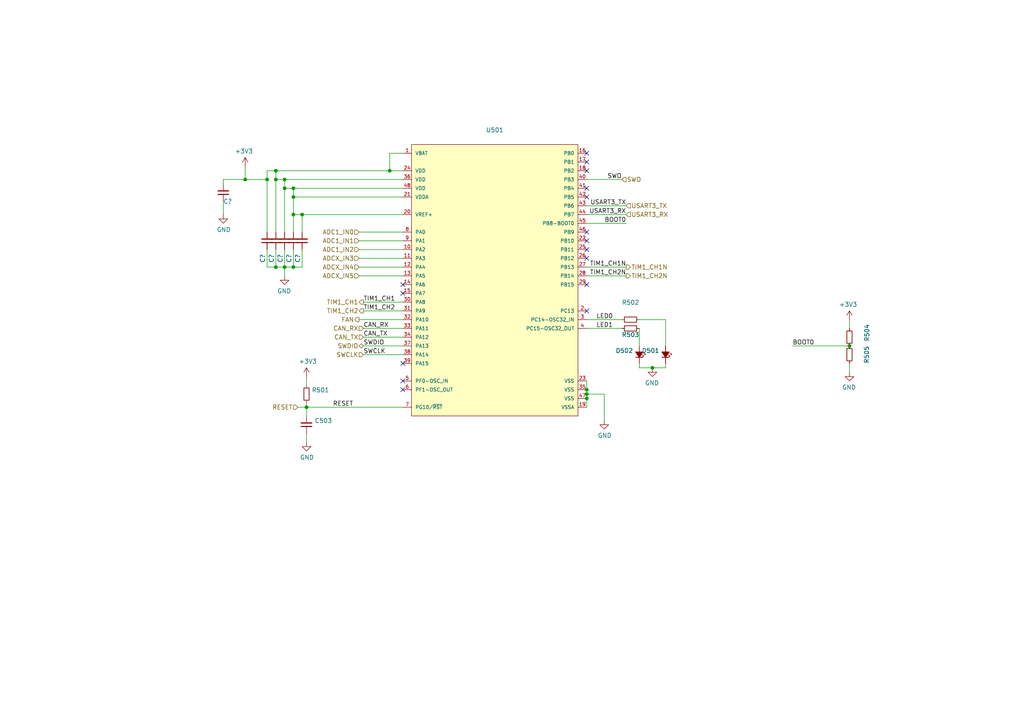
<source format=kicad_sch>
(kicad_sch (version 20211123) (generator eeschema)
  (paper "A4")
  (lib_symbols
    (symbol "Controle-rescue:LED_Small_ALT-Device" (pin_numbers hide) (pin_names (offset 0.254) hide)
      (property "Reference" "D" (at -1.27 3.175 0))
      (property "Value" "LED_Small_ALT-Device" (at -4.445 -2.54 0))
      (symbol "LED_Small_ALT-Device_0_1"
        (polyline (pts (xy -0.762 -1.016) (xy -0.762 1.016)) (stroke (width 0.254)))
        (polyline (pts (xy 1.016 0) (xy -0.762 0)))
        (polyline (pts (xy 0.762 -1.016) (xy -0.762 0) (xy 0.762 1.016) (xy 0.762 -1.016)) (stroke (width 0.254)) (fill (type outline)))
        (polyline (pts (xy 0 0.762) (xy -0.508 1.27) (xy -0.254 1.27) (xy -0.508 1.27) (xy -0.508 1.016)))
        (polyline (pts (xy 0.508 1.27) (xy 0 1.778) (xy 0.254 1.778) (xy 0 1.778) (xy 0 1.524)))
      )
      (symbol "LED_Small_ALT-Device_1_1"
        (pin passive line (at -2.54 0 0) (length 1.778) (name "K") (number "1"))
        (pin passive line (at 2.54 0 180) (length 1.778) (name "A") (number "2"))
      )
    )
    (symbol "Device:C_Small" (pin_numbers hide) (pin_names (offset 0.254) hide)
      (property "Reference" "C" (at 0.254 1.778 0))
      (property "Value" "C_Small" (at 0.254 -2.032 0))
      (symbol "C_Small_0_1"
        (polyline (pts (xy -1.524 -0.508) (xy 1.524 -0.508)) (stroke (width 0.3302)))
        (polyline (pts (xy -1.524 0.508) (xy 1.524 0.508)) (stroke (width 0.3048)))
      )
      (symbol "C_Small_1_1"
        (pin passive line (at 0 2.54 270) (length 2.032) (name "~") (number "1"))
        (pin passive line (at 0 -2.54 90) (length 2.032) (name "~") (number "2"))
      )
    )
    (symbol "Device:R_Small" (pin_numbers hide) (pin_names (offset 0.254) hide)
      (property "Reference" "R" (at 0.762 0.508 0))
      (property "Value" "R_Small" (at 0.762 -1.016 0))
      (symbol "R_Small_0_1"
        (rectangle (start -0.762 1.778) (end 0.762 -1.778) (stroke (width 0.2032)))
      )
      (symbol "R_Small_1_1"
        (pin passive line (at 0 2.54 270) (length 0.762) (name "~") (number "1"))
        (pin passive line (at 0 -2.54 90) (length 0.762) (name "~") (number "2"))
      )
    )
    (symbol "STM32G431C8T6:STM32G431CBT6" (pin_names (offset 1.016))
      (property "Reference" "U" (at 0 5.08 0))
      (property "Value" "STM32G431CBT6" (at 0 7.62 0))
      (symbol "STM32G431CBT6_1_1"
        (rectangle (start 5.08 2.54) (end 53.34 -76.2) (fill (type background)))
        (pin power_in line (at 2.54 0 0) (length 2.54) (name "VBAT") (number "1"))
        (pin bidirectional line (at 2.54 -27.94 0) (length 2.54) (name "PA2") (number "10"))
        (pin bidirectional line (at 2.54 -30.48 0) (length 2.54) (name "PA3") (number "11"))
        (pin bidirectional line (at 2.54 -33.02 0) (length 2.54) (name "PA4") (number "12"))
        (pin bidirectional line (at 2.54 -35.56 0) (length 2.54) (name "PA5") (number "13"))
        (pin bidirectional line (at 2.54 -38.1 0) (length 2.54) (name "PA6") (number "14"))
        (pin bidirectional line (at 2.54 -40.64 0) (length 2.54) (name "PA7") (number "15"))
        (pin bidirectional line (at 55.88 0 180) (length 2.54) (name "PB0") (number "16"))
        (pin bidirectional line (at 55.88 -2.54 180) (length 2.54) (name "PB1") (number "17"))
        (pin bidirectional line (at 55.88 -5.08 180) (length 2.54) (name "PB2") (number "18"))
        (pin power_in line (at 55.88 -73.66 180) (length 2.54) (name "VSSA") (number "19"))
        (pin bidirectional line (at 55.88 -45.72 180) (length 2.54) (name "PC13") (number "2"))
        (pin power_in line (at 2.54 -17.78 0) (length 2.54) (name "VREF+") (number "20"))
        (pin power_in line (at 2.54 -12.7 0) (length 2.54) (name "VDDA") (number "21"))
        (pin bidirectional line (at 55.88 -25.4 180) (length 2.54) (name "PB10") (number "22"))
        (pin power_in line (at 55.88 -66.04 180) (length 2.54) (name "VSS") (number "23"))
        (pin power_in line (at 2.54 -5.08 0) (length 2.54) (name "VDD") (number "24"))
        (pin bidirectional line (at 55.88 -27.94 180) (length 2.54) (name "PB11") (number "25"))
        (pin bidirectional line (at 55.88 -30.48 180) (length 2.54) (name "PB12") (number "26"))
        (pin bidirectional line (at 55.88 -33.02 180) (length 2.54) (name "PB13") (number "27"))
        (pin bidirectional line (at 55.88 -35.56 180) (length 2.54) (name "PB14") (number "28"))
        (pin bidirectional line (at 55.88 -38.1 180) (length 2.54) (name "PB15") (number "29"))
        (pin bidirectional line (at 55.88 -48.26 180) (length 2.54) (name "PC14-OSC32_IN") (number "3"))
        (pin bidirectional line (at 2.54 -43.18 0) (length 2.54) (name "PA8") (number "30"))
        (pin bidirectional line (at 2.54 -45.72 0) (length 2.54) (name "PA9") (number "31"))
        (pin bidirectional line (at 2.54 -48.26 0) (length 2.54) (name "PA10") (number "32"))
        (pin bidirectional line (at 2.54 -50.8 0) (length 2.54) (name "PA11") (number "33"))
        (pin bidirectional line (at 2.54 -53.34 0) (length 2.54) (name "PA12") (number "34"))
        (pin power_in line (at 55.88 -68.58 180) (length 2.54) (name "VSS") (number "35"))
        (pin power_in line (at 2.54 -7.62 0) (length 2.54) (name "VDD") (number "36"))
        (pin bidirectional line (at 2.54 -55.88 0) (length 2.54) (name "PA13") (number "37"))
        (pin bidirectional line (at 2.54 -58.42 0) (length 2.54) (name "PA14") (number "38"))
        (pin bidirectional line (at 2.54 -60.96 0) (length 2.54) (name "PA15") (number "39"))
        (pin bidirectional line (at 55.88 -50.8 180) (length 2.54) (name "PC15-OSC32_OUT") (number "4"))
        (pin bidirectional line (at 55.88 -7.62 180) (length 2.54) (name "PB3") (number "40"))
        (pin bidirectional line (at 55.88 -10.16 180) (length 2.54) (name "PB4") (number "41"))
        (pin bidirectional line (at 55.88 -12.7 180) (length 2.54) (name "PB5") (number "42"))
        (pin bidirectional line (at 55.88 -15.24 180) (length 2.54) (name "PB6") (number "43"))
        (pin bidirectional line (at 55.88 -17.78 180) (length 2.54) (name "PB7") (number "44"))
        (pin bidirectional line (at 55.88 -20.32 180) (length 2.54) (name "PB8-BOOT0") (number "45"))
        (pin bidirectional line (at 55.88 -22.86 180) (length 2.54) (name "PB9") (number "46"))
        (pin power_in line (at 55.88 -71.12 180) (length 2.54) (name "VSS") (number "47"))
        (pin power_in line (at 2.54 -10.16 0) (length 2.54) (name "VDD") (number "48"))
        (pin bidirectional line (at 2.54 -66.04 0) (length 2.54) (name "PF0-OSC_IN") (number "5"))
        (pin bidirectional line (at 2.54 -68.58 0) (length 2.54) (name "PF1-OSC_OUT") (number "6"))
        (pin bidirectional line (at 2.54 -73.66 0) (length 2.54) (name "PG10/~{RST}") (number "7"))
        (pin bidirectional line (at 2.54 -22.86 0) (length 2.54) (name "PA0") (number "8"))
        (pin bidirectional line (at 2.54 -25.4 0) (length 2.54) (name "PA1") (number "9"))
      )
    )
    (symbol "power:+3.3V" (power) (pin_names (offset 0))
      (property "Value" "+3.3V" (at 0 3.556 0))
      (symbol "+3.3V_0_1"
        (polyline (pts (xy -0.762 1.27) (xy 0 2.54)))
        (polyline (pts (xy 0 0) (xy 0 2.54)))
        (polyline (pts (xy 0 2.54) (xy 0.762 1.27)))
      )
      (symbol "+3.3V_1_1"
        (pin power_in line (at 0 0 90) (length 0) hide (name "+3V3") (number "1"))
      )
    )
    (symbol "power:GND" (power) (pin_names (offset 0))
      (property "Value" "GND" (at 0 -3.81 0))
      (symbol "GND_0_1"
        (polyline (pts (xy 0 0) (xy 0 -1.27) (xy 1.27 -1.27) (xy 0 -2.54) (xy -1.27 -1.27) (xy 0 -1.27)))
      )
      (symbol "GND_1_1"
        (pin power_in line (at 0 0 270) (length 0) hide (name "GND") (number "1"))
      )
    )
  )
  (junction (at 246.38 100.33))
  (junction (at 87.63 62.23))
  (junction (at 80.01 52.07))
  (junction (at 170.18 113.03))
  (junction (at 170.18 114.3))
  (junction (at 85.09 57.15))
  (junction (at 170.18 115.57))
  (junction (at 85.09 54.61))
  (junction (at 85.09 77.47))
  (junction (at 88.9 118.11))
  (junction (at 82.55 77.47))
  (junction (at 71.12 52.07))
  (junction (at 85.09 62.23))
  (junction (at 80.01 49.53))
  (junction (at 189.23 106.68))
  (junction (at 80.01 77.47))
  (junction (at 113.03 49.53))
  (junction (at 77.47 52.07))
  (junction (at 82.55 54.61))
  (junction (at 82.55 52.07))
  (no_connect (at 116.84 113.03))
  (no_connect (at 170.18 44.45))
  (no_connect (at 116.84 110.49))
  (no_connect (at 170.18 82.55))
  (no_connect (at 170.18 57.15))
  (no_connect (at 170.18 54.61))
  (no_connect (at 116.84 85.09))
  (no_connect (at 170.18 67.31))
  (no_connect (at 170.18 49.53))
  (no_connect (at 116.84 105.41))
  (no_connect (at 170.18 69.85))
  (no_connect (at 170.18 90.17))
  (no_connect (at 116.84 82.55))
  (no_connect (at 170.18 46.99))
  (no_connect (at 170.18 74.93))
  (no_connect (at 170.18 72.39))
  (wire (pts (xy 105.41 87.63) (xy 116.84 87.63)))
  (wire (pts (xy 170.18 114.3) (xy 170.18 115.57)))
  (wire (pts (xy 71.12 52.07) (xy 77.47 52.07)))
  (wire (pts (xy 77.47 77.47) (xy 80.01 77.47)))
  (wire (pts (xy 85.09 77.47) (xy 87.63 77.47)))
  (wire (pts (xy 87.63 77.47) (xy 87.63 72.39)))
  (wire (pts (xy 170.18 62.23) (xy 181.61 62.23)))
  (wire (pts (xy 82.55 52.07) (xy 116.84 52.07)))
  (wire (pts (xy 170.18 95.25) (xy 180.34 95.25)))
  (wire (pts (xy 88.9 118.11) (xy 116.84 118.11)))
  (wire (pts (xy 104.14 92.71) (xy 116.84 92.71)))
  (wire (pts (xy 80.01 72.39) (xy 80.01 77.47)))
  (wire (pts (xy 82.55 54.61) (xy 85.09 54.61)))
  (wire (pts (xy 80.01 52.07) (xy 80.01 67.31)))
  (wire (pts (xy 116.84 44.45) (xy 113.03 44.45)))
  (wire (pts (xy 113.03 49.53) (xy 116.84 49.53)))
  (wire (pts (xy 87.63 62.23) (xy 85.09 62.23)))
  (wire (pts (xy 86.36 118.11) (xy 88.9 118.11)))
  (wire (pts (xy 181.61 80.01) (xy 170.18 80.01)))
  (wire (pts (xy 77.47 72.39) (xy 77.47 77.47)))
  (wire (pts (xy 116.84 67.31) (xy 104.14 67.31)))
  (wire (pts (xy 88.9 116.84) (xy 88.9 118.11)))
  (wire (pts (xy 246.38 105.41) (xy 246.38 107.95)))
  (wire (pts (xy 170.18 59.69) (xy 181.61 59.69)))
  (wire (pts (xy 193.04 105.41) (xy 193.04 106.68)))
  (wire (pts (xy 85.09 67.31) (xy 85.09 62.23)))
  (wire (pts (xy 105.41 100.33) (xy 116.84 100.33)))
  (wire (pts (xy 193.04 100.33) (xy 193.04 92.71)))
  (wire (pts (xy 71.12 48.26) (xy 71.12 52.07)))
  (wire (pts (xy 85.09 72.39) (xy 85.09 77.47)))
  (wire (pts (xy 113.03 44.45) (xy 113.03 49.53)))
  (wire (pts (xy 82.55 54.61) (xy 82.55 67.31)))
  (wire (pts (xy 189.23 106.68) (xy 185.42 106.68)))
  (wire (pts (xy 170.18 115.57) (xy 170.18 118.11)))
  (wire (pts (xy 116.84 72.39) (xy 104.14 72.39)))
  (wire (pts (xy 87.63 67.31) (xy 87.63 62.23)))
  (wire (pts (xy 170.18 110.49) (xy 170.18 113.03)))
  (wire (pts (xy 64.77 62.23) (xy 64.77 58.42)))
  (wire (pts (xy 82.55 72.39) (xy 82.55 77.47)))
  (wire (pts (xy 185.42 95.25) (xy 185.42 100.33)))
  (wire (pts (xy 80.01 49.53) (xy 113.03 49.53)))
  (wire (pts (xy 77.47 52.07) (xy 77.47 67.31)))
  (wire (pts (xy 116.84 80.01) (xy 104.14 80.01)))
  (wire (pts (xy 175.26 114.3) (xy 175.26 121.92)))
  (wire (pts (xy 64.77 53.34) (xy 64.77 52.07)))
  (wire (pts (xy 105.41 90.17) (xy 116.84 90.17)))
  (wire (pts (xy 85.09 57.15) (xy 116.84 57.15)))
  (wire (pts (xy 185.42 106.68) (xy 185.42 105.41)))
  (wire (pts (xy 85.09 57.15) (xy 85.09 54.61)))
  (wire (pts (xy 85.09 54.61) (xy 116.84 54.61)))
  (wire (pts (xy 82.55 80.01) (xy 82.55 77.47)))
  (wire (pts (xy 80.01 77.47) (xy 82.55 77.47)))
  (wire (pts (xy 85.09 57.15) (xy 85.09 62.23)))
  (wire (pts (xy 80.01 52.07) (xy 80.01 49.53)))
  (wire (pts (xy 170.18 113.03) (xy 170.18 114.3)))
  (wire (pts (xy 193.04 92.71) (xy 185.42 92.71)))
  (wire (pts (xy 104.14 69.85) (xy 116.84 69.85)))
  (wire (pts (xy 180.34 52.07) (xy 170.18 52.07)))
  (wire (pts (xy 64.77 52.07) (xy 71.12 52.07)))
  (wire (pts (xy 82.55 77.47) (xy 85.09 77.47)))
  (wire (pts (xy 88.9 128.27) (xy 88.9 125.73)))
  (wire (pts (xy 77.47 52.07) (xy 77.47 49.53)))
  (wire (pts (xy 229.87 100.33) (xy 246.38 100.33)))
  (wire (pts (xy 87.63 62.23) (xy 116.84 62.23)))
  (wire (pts (xy 181.61 64.77) (xy 170.18 64.77)))
  (wire (pts (xy 80.01 52.07) (xy 82.55 52.07)))
  (wire (pts (xy 116.84 77.47) (xy 104.14 77.47)))
  (wire (pts (xy 246.38 92.71) (xy 246.38 95.25)))
  (wire (pts (xy 170.18 114.3) (xy 175.26 114.3)))
  (wire (pts (xy 88.9 109.22) (xy 88.9 111.76)))
  (wire (pts (xy 116.84 95.25) (xy 105.41 95.25)))
  (wire (pts (xy 170.18 92.71) (xy 180.34 92.71)))
  (wire (pts (xy 77.47 49.53) (xy 80.01 49.53)))
  (wire (pts (xy 181.61 77.47) (xy 170.18 77.47)))
  (wire (pts (xy 193.04 106.68) (xy 189.23 106.68)))
  (wire (pts (xy 104.14 74.93) (xy 116.84 74.93)))
  (wire (pts (xy 116.84 97.79) (xy 105.41 97.79)))
  (wire (pts (xy 88.9 118.11) (xy 88.9 120.65)))
  (wire (pts (xy 105.41 102.87) (xy 116.84 102.87)))
  (wire (pts (xy 82.55 54.61) (xy 82.55 52.07)))
  (label "LED0" (at 177.8 92.71 180))
  (label "TIM1_CH2" (at 105.41 90.17 0))
  (label "SWO" (at 180.34 52.07 180))
  (label "TIM1_CH1N" (at 181.61 77.47 180))
  (label "BOOT0" (at 181.61 64.77 180))
  (label "USART3_TX" (at 181.61 59.69 180))
  (label "USART3_RX" (at 181.61 62.23 180))
  (label "TIM1_CH1" (at 105.41 87.63 0))
  (label "RESET" (at 96.52 118.11 0))
  (label "SWDIO" (at 105.41 100.33 0))
  (label "CAN_TX" (at 105.41 97.79 0))
  (label "CAN_RX" (at 105.41 95.25 0))
  (label "LED1" (at 177.8 95.25 180))
  (label "SWCLK" (at 105.41 102.87 0))
  (label "TIM1_CH2N" (at 181.61 80.01 180))
  (label "BOOT0" (at 229.87 100.33 0))
  (hierarchical_label "ADC1_IN2" (shape input) (at 104.14 72.39 180))
  (hierarchical_label "CAN_RX" (shape input) (at 105.41 95.25 180))
  (hierarchical_label "TIM1_CH1N" (shape output) (at 181.61 77.47 0))
  (hierarchical_label "USART3_RX" (shape input) (at 181.61 62.23 0))
  (hierarchical_label "TIM1_CH2N" (shape output) (at 181.61 80.01 0))
  (hierarchical_label "ADCX_IN5" (shape input) (at 104.14 80.01 180))
  (hierarchical_label "TIM1_CH1" (shape output) (at 105.41 87.63 180))
  (hierarchical_label "CAN_TX" (shape input) (at 105.41 97.79 180))
  (hierarchical_label "SWO" (shape input) (at 180.34 52.07 0))
  (hierarchical_label "USART3_TX" (shape input) (at 181.61 59.69 0))
  (hierarchical_label "SWDIO" (shape bidirectional) (at 105.41 100.33 180))
  (hierarchical_label "ADC1_IN0" (shape input) (at 104.14 67.31 180))
  (hierarchical_label "SWCLK" (shape input) (at 105.41 102.87 180))
  (hierarchical_label "TIM1_CH2" (shape output) (at 105.41 90.17 180))
  (hierarchical_label "FAN" (shape output) (at 104.14 92.71 180))
  (hierarchical_label "ADCX_IN3" (shape input) (at 104.14 74.93 180))
  (hierarchical_label "ADC1_IN1" (shape input) (at 104.14 69.85 180))
  (hierarchical_label "RESET" (shape input) (at 86.36 118.11 180))
  (hierarchical_label "ADCX_IN4" (shape input) (at 104.14 77.47 180))
  (symbol (lib_id "STM32G431C8T6:STM32G431CBT6") (at 114.3 44.45 0) (unit 1)
    (property "Reference" "U501" (at 143.51 37.719 0))
    (property "Datasheet" "https://www.st.com/resource/en/datasheet/stm32g431cb.pdf" (effects hide))
    (property "RAM size" "32KBytes" (effects hide))
    (property "ambient temperature range high" "+85°C" (effects hide))
    (property "ambient temperature range low" "-40°C" (effects hide))
    (property "automotive" "No" (effects hide))
    (property "category" "IC" (effects hide))
    (property "core architecture" "Arm Cortex-M4" (effects hide))
    (property "data bus width" "32bits" (effects hide))
    (property "device class L1" "Integrated Circuits (ICs)" (effects hide))
    (property "device class L2" "Embedded Processors and Controllers" (effects hide))
    (property "device class L3" "Microcontrollers" (effects hide))
    (property "digikey description" "MAINSTREAM ARM CORTEX-M4+ MCU 17" (effects hide))
    (property "digikey part number" "497-19473-ND" (effects hide))
    (property "frequency" "170MHz" (effects hide))
    (property "height" "1.6mm" (effects hide))
    (property "interface" "I2C,SPI,UART,USART,CAN,USB,LIN,IrDA,I2S" (effects hide))
    (property "lead free" "Yes" (effects hide))
    (property "library id" "ab40fe06b39d1fa1" (effects hide))
    (property "manufacturer" "STMicroelectronics" (effects hide))
    (property "max junction temp" "+105°C" (effects hide))
    (property "max supply voltage" "3.6V" (effects hide))
    (property "memory size" "128KBytes" (effects hide))
    (property "memory type" "FLASH" (effects hide))
    (property "min supply voltage" "1.62V" (effects hide))
    (property "mouser part number" "511-STM32G431CBT6" (effects hide))
    (property "number of A/D converters" "1" (effects hide))
    (property "number of ADC channels" "17" (effects hide))
    (property "number of I/Os" "38" (effects hide))
    (property "number of I2C channels" "3" (effects hide))
    (property "number of PWM channels" "31" (effects hide))
    (property "number of SPI channels" "3" (effects hide))
    (property "number of UART channels" "4" (effects hide))
    (property "number of USB channels" "1" (effects hide))
    (property "number of cores" "1" (effects hide))
    (property "number of timers/counters" "14" (effects hide))
    (property "package" "LQFP48" (effects hide))
    (property "rohs" "Yes" (effects hide))
    (property "standoff height" "0.05mm" (effects hide))
    (property "temperature range high" "+85°C" (effects hide))
    (property "temperature range low" "-40°C" (effects hide))
  )
  (symbol (lib_id "Device:C_Small") (at 85.09 69.85 0) (mirror x) (unit 1)
    (property "Reference" "C?" (at 83.82 74.93 90))
  )
  (symbol (lib_id "Device:C_Small") (at 82.55 69.85 0) (mirror x) (unit 1)
    (property "Reference" "C?" (at 81.28 74.93 90))
  )
  (symbol (lib_id "Device:C_Small") (at 80.01 69.85 0) (mirror x) (unit 1)
    (property "Reference" "C?" (at 78.74 74.93 90))
  )
  (symbol (lib_id "Device:C_Small") (at 77.47 69.85 0) (mirror x) (unit 1)
    (property "Reference" "C?" (at 76.2 74.93 90))
  )
  (symbol (lib_id "Device:C_Small") (at 64.77 55.88 180) (unit 1)
    (property "Reference" "C?" (at 66.04 58.42 0))
  )
  (symbol (lib_id "power:GND") (at 64.77 62.23 0) (unit 1)
    (property "Reference" "#PWR?" (effects hide))
  )
  (symbol (lib_id "power:+3.3V") (at 71.12 48.26 0) (mirror y) (unit 1)
    (property "Reference" "#PWR?" (effects hide))
  )
  (symbol (lib_id "Device:C_Small") (at 87.63 69.85 0) (mirror x) (unit 1)
    (property "Reference" "C?" (at 86.36 74.93 90))
  )
  (symbol (lib_id "power:GND") (at 82.55 80.01 0) (mirror y) (unit 1)
    (property "Reference" "#PWR?" (effects hide))
  )
  (symbol (lib_id "Controle-rescue:LED_Small_ALT-Device") (at 185.42 102.87 270) (mirror x) (unit 1)
    (property "Reference" "D502" (at 183.642 101.7016 90) (effects (justify right)))
  )
  (symbol (lib_id "Device:R_Small") (at 182.88 95.25 90) (mirror x) (unit 1)
    (property "Reference" "R503" (at 182.88 97.79 90) (effects (justify bottom)))
  )
  (symbol (lib_id "Device:R_Small") (at 182.88 92.71 90) (mirror x) (unit 1)
    (property "Reference" "R502" (at 182.88 87.7316 90))
  )
  (symbol (lib_id "Controle-rescue:LED_Small_ALT-Device") (at 193.04 102.87 270) (mirror x) (unit 1)
    (property "Reference" "D501" (at 191.262 101.7016 90) (effects (justify right)))
  )
  (symbol (lib_id "power:GND") (at 189.23 106.68 0) (mirror y) (unit 1)
    (property "Reference" "#PWR?" (effects hide))
  )
  (symbol (lib_id "power:+3.3V") (at 246.38 92.71 0) (mirror y) (unit 1)
    (property "Reference" "#PWR?" (effects hide))
  )
  (symbol (lib_id "power:GND") (at 246.38 107.95 0) (mirror y) (unit 1)
    (property "Reference" "#PWR?" (effects hide))
  )
  (symbol (lib_id "Device:C_Small") (at 88.9 123.19 180) (unit 1)
    (property "Reference" "C503" (at 91.2368 122.0216 0) (effects (justify right)))
  )
  (symbol (lib_id "Device:R_Small") (at 88.9 114.3 180) (unit 1)
    (property "Reference" "R501" (at 90.3986 113.1316 0) (effects (justify right)))
  )
  (symbol (lib_id "power:GND") (at 88.9 128.27 0) (unit 1)
    (property "Reference" "#PWR?" (effects hide))
  )
  (symbol (lib_id "power:+3.3V") (at 88.9 109.22 0) (unit 1)
    (property "Reference" "#PWR?" (effects hide))
  )
  (symbol (lib_id "power:GND") (at 175.26 121.92 0) (unit 1)
    (property "Reference" "#PWR?" (effects hide))
  )
  (symbol (lib_id "Device:R_Small") (at 246.38 102.87 0) (mirror y) (unit 1)
    (property "Reference" "R505" (at 251.3584 102.87 90))
  )
  (symbol (lib_id "Device:R_Small") (at 246.38 97.79 0) (mirror y) (unit 1)
    (property "Reference" "R504" (at 251.46 96.52 90))
  )
)
</source>
